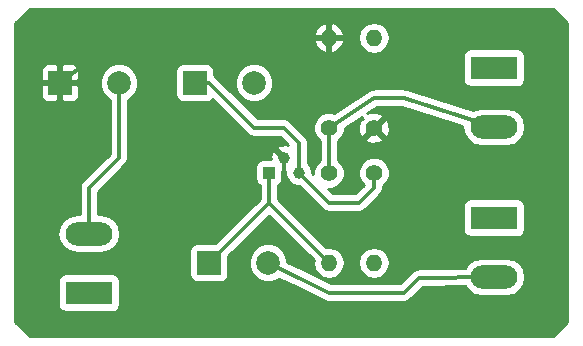
<source format=gbr>
G04 #@! TF.FileFunction,Copper,L1,Top,Signal*
%FSLAX46Y46*%
G04 Gerber Fmt 4.6, Leading zero omitted, Abs format (unit mm)*
G04 Created by KiCad (PCBNEW 4.0.7) date 05/06/18 08:41:46*
%MOMM*%
%LPD*%
G01*
G04 APERTURE LIST*
%ADD10C,0.100000*%
%ADD11C,1.400000*%
%ADD12O,1.400000X1.400000*%
%ADD13R,2.000000X2.000000*%
%ADD14C,2.000000*%
%ADD15C,1.000000*%
%ADD16R,1.000000X1.000000*%
%ADD17R,3.960000X1.980000*%
%ADD18O,3.960000X1.980000*%
%ADD19C,0.300000*%
%ADD20C,0.254000*%
G04 APERTURE END LIST*
D10*
D11*
X148590000Y-101600000D03*
D12*
X148590000Y-93980000D03*
D13*
X125810000Y-97790000D03*
D14*
X130810000Y-97790000D03*
D15*
X144780000Y-104140000D03*
X146050000Y-105410000D03*
D16*
X143510000Y-105410000D03*
D13*
X137240000Y-97790000D03*
D14*
X142240000Y-97790000D03*
D17*
X162560000Y-96520000D03*
D18*
X162560000Y-101520000D03*
D13*
X138430000Y-113030000D03*
D14*
X143430000Y-113030000D03*
D17*
X128270000Y-115570000D03*
D18*
X128270000Y-110570000D03*
D17*
X162560000Y-109220000D03*
D18*
X162560000Y-114220000D03*
D11*
X152400000Y-101600000D03*
D12*
X152400000Y-93980000D03*
D11*
X148590000Y-105410000D03*
D12*
X148590000Y-113030000D03*
D11*
X152400000Y-105410000D03*
D12*
X152400000Y-113030000D03*
D19*
X130810000Y-93980000D02*
X125810000Y-97790000D01*
X148590000Y-93980000D02*
X130810000Y-93980000D01*
X144780000Y-104140000D02*
X144780000Y-106680000D01*
X144780000Y-106680000D02*
X147320000Y-109220000D01*
X152400000Y-109220000D02*
X154940000Y-106680000D01*
X147320000Y-109220000D02*
X152400000Y-109220000D01*
X154940000Y-106680000D02*
X154940000Y-104140000D01*
X154940000Y-104140000D02*
X152400000Y-101600000D01*
X128270000Y-106680000D02*
X128270000Y-110570000D01*
X130810000Y-104140000D02*
X128270000Y-106680000D01*
X130810000Y-97790000D02*
X130810000Y-104140000D01*
X142240000Y-101600000D02*
X144780000Y-101600000D01*
X140970000Y-100330000D02*
X142240000Y-101600000D01*
X138430000Y-97790000D02*
X140970000Y-100330000D01*
X137320000Y-97790000D02*
X138430000Y-97790000D01*
X137240000Y-97870000D02*
X137320000Y-97790000D01*
X137240000Y-97790000D02*
X137240000Y-97870000D01*
X146050000Y-105410000D02*
X148590000Y-107950000D01*
X148590000Y-107950000D02*
X151130000Y-107950000D01*
X151130000Y-107950000D02*
X152400000Y-106680000D01*
X152400000Y-106680000D02*
X152400000Y-105410000D01*
X146050000Y-102870000D02*
X146050000Y-105410000D01*
X144780000Y-101600000D02*
X146050000Y-102870000D01*
X138430000Y-113030000D02*
X143510000Y-107950000D01*
X148590000Y-113030000D02*
X143510000Y-107950000D01*
X143510000Y-107950000D02*
X143510000Y-105410000D01*
X143430000Y-113030000D02*
X146050000Y-114300000D01*
X146050000Y-114300000D02*
X148590000Y-115570000D01*
X156210000Y-114300000D02*
X162560000Y-114220000D01*
X148590000Y-115570000D02*
X154940000Y-115570000D01*
X154940000Y-115570000D02*
X156210000Y-114300000D01*
X148590000Y-105410000D02*
X148590000Y-101600000D01*
X162560000Y-101520000D02*
X154940000Y-99060000D01*
X154940000Y-99060000D02*
X152400000Y-99060000D01*
X152400000Y-99060000D02*
X148590000Y-101600000D01*
D20*
G36*
X168783000Y-92762606D02*
X168783000Y-118057394D01*
X167587394Y-119253000D01*
X123242606Y-119253000D01*
X122047000Y-118057394D01*
X122047000Y-114580000D01*
X125642560Y-114580000D01*
X125642560Y-116560000D01*
X125686838Y-116795317D01*
X125825910Y-117011441D01*
X126038110Y-117156431D01*
X126290000Y-117207440D01*
X130250000Y-117207440D01*
X130485317Y-117163162D01*
X130701441Y-117024090D01*
X130846431Y-116811890D01*
X130897440Y-116560000D01*
X130897440Y-114580000D01*
X130853162Y-114344683D01*
X130714090Y-114128559D01*
X130501890Y-113983569D01*
X130250000Y-113932560D01*
X126290000Y-113932560D01*
X126054683Y-113976838D01*
X125838559Y-114115910D01*
X125693569Y-114328110D01*
X125642560Y-114580000D01*
X122047000Y-114580000D01*
X122047000Y-110570000D01*
X125603769Y-110570000D01*
X125727465Y-111191861D01*
X126079720Y-111719049D01*
X126606908Y-112071304D01*
X127228769Y-112195000D01*
X129311231Y-112195000D01*
X129933092Y-112071304D01*
X130460280Y-111719049D01*
X130812535Y-111191861D01*
X130936231Y-110570000D01*
X130812535Y-109948139D01*
X130460280Y-109420951D01*
X129933092Y-109068696D01*
X129311231Y-108945000D01*
X129055000Y-108945000D01*
X129055000Y-107005158D01*
X131365079Y-104695079D01*
X131411904Y-104625000D01*
X131535245Y-104440406D01*
X131595000Y-104140000D01*
X131595000Y-99234717D01*
X131734943Y-99176894D01*
X132195278Y-98717363D01*
X132444716Y-98116648D01*
X132445284Y-97466205D01*
X132196894Y-96865057D01*
X132121969Y-96790000D01*
X135592560Y-96790000D01*
X135592560Y-98790000D01*
X135636838Y-99025317D01*
X135775910Y-99241441D01*
X135988110Y-99386431D01*
X136240000Y-99437440D01*
X138240000Y-99437440D01*
X138475317Y-99393162D01*
X138691441Y-99254090D01*
X138728985Y-99199143D01*
X141684921Y-102155079D01*
X141939593Y-102325245D01*
X142240000Y-102385000D01*
X144454842Y-102385000D01*
X145130167Y-103060325D01*
X144925028Y-102991888D01*
X144474625Y-103023783D01*
X144206648Y-103134783D01*
X144169501Y-103349896D01*
X144780000Y-103960395D01*
X144794143Y-103946253D01*
X144973748Y-104125858D01*
X144959605Y-104140000D01*
X144973748Y-104154143D01*
X144794143Y-104333748D01*
X144780000Y-104319605D01*
X144765858Y-104333748D01*
X144586253Y-104154143D01*
X144600395Y-104140000D01*
X143989896Y-103529501D01*
X143774783Y-103566648D01*
X143631888Y-103994972D01*
X143650837Y-104262560D01*
X143010000Y-104262560D01*
X142774683Y-104306838D01*
X142558559Y-104445910D01*
X142413569Y-104658110D01*
X142362560Y-104910000D01*
X142362560Y-105910000D01*
X142406838Y-106145317D01*
X142545910Y-106361441D01*
X142725000Y-106483808D01*
X142725000Y-107624842D01*
X138967282Y-111382560D01*
X137430000Y-111382560D01*
X137194683Y-111426838D01*
X136978559Y-111565910D01*
X136833569Y-111778110D01*
X136782560Y-112030000D01*
X136782560Y-114030000D01*
X136826838Y-114265317D01*
X136965910Y-114481441D01*
X137178110Y-114626431D01*
X137430000Y-114677440D01*
X139430000Y-114677440D01*
X139665317Y-114633162D01*
X139881441Y-114494090D01*
X140026431Y-114281890D01*
X140077440Y-114030000D01*
X140077440Y-113353795D01*
X141794716Y-113353795D01*
X142043106Y-113954943D01*
X142502637Y-114415278D01*
X143103352Y-114664716D01*
X143753795Y-114665284D01*
X144354943Y-114416894D01*
X144399570Y-114372345D01*
X145703268Y-115004291D01*
X148238937Y-116272125D01*
X148266142Y-116279575D01*
X148289594Y-116295245D01*
X148413004Y-116319793D01*
X148534352Y-116353024D01*
X148562333Y-116349497D01*
X148590000Y-116355000D01*
X154940000Y-116355000D01*
X155240407Y-116295245D01*
X155495079Y-116125079D01*
X156539243Y-115080915D01*
X160146827Y-115035465D01*
X160369720Y-115369049D01*
X160896908Y-115721304D01*
X161518769Y-115845000D01*
X163601231Y-115845000D01*
X164223092Y-115721304D01*
X164750280Y-115369049D01*
X165102535Y-114841861D01*
X165226231Y-114220000D01*
X165102535Y-113598139D01*
X164750280Y-113070951D01*
X164223092Y-112718696D01*
X163601231Y-112595000D01*
X161518769Y-112595000D01*
X160896908Y-112718696D01*
X160369720Y-113070951D01*
X160105854Y-113465856D01*
X156200111Y-113515062D01*
X156055042Y-113545823D01*
X155909593Y-113574755D01*
X155905405Y-113577553D01*
X155900482Y-113578597D01*
X155778257Y-113662511D01*
X155654921Y-113744921D01*
X154614842Y-114785000D01*
X148775312Y-114785000D01*
X146401063Y-113597875D01*
X146396325Y-113596577D01*
X146392408Y-113593614D01*
X145065071Y-112950210D01*
X145065284Y-112706205D01*
X144816894Y-112105057D01*
X144357363Y-111644722D01*
X143756648Y-111395284D01*
X143106205Y-111394716D01*
X142505057Y-111643106D01*
X142044722Y-112102637D01*
X141795284Y-112703352D01*
X141794716Y-113353795D01*
X140077440Y-113353795D01*
X140077440Y-112492718D01*
X143510000Y-109060158D01*
X147287965Y-112838123D01*
X147255000Y-113003846D01*
X147255000Y-113056154D01*
X147356621Y-113567036D01*
X147646012Y-114000142D01*
X148079118Y-114289533D01*
X148590000Y-114391154D01*
X149100882Y-114289533D01*
X149533988Y-114000142D01*
X149823379Y-113567036D01*
X149925000Y-113056154D01*
X149925000Y-113003846D01*
X151065000Y-113003846D01*
X151065000Y-113056154D01*
X151166621Y-113567036D01*
X151456012Y-114000142D01*
X151889118Y-114289533D01*
X152400000Y-114391154D01*
X152910882Y-114289533D01*
X153343988Y-114000142D01*
X153633379Y-113567036D01*
X153735000Y-113056154D01*
X153735000Y-113003846D01*
X153633379Y-112492964D01*
X153343988Y-112059858D01*
X152910882Y-111770467D01*
X152400000Y-111668846D01*
X151889118Y-111770467D01*
X151456012Y-112059858D01*
X151166621Y-112492964D01*
X151065000Y-113003846D01*
X149925000Y-113003846D01*
X149823379Y-112492964D01*
X149533988Y-112059858D01*
X149100882Y-111770467D01*
X148590000Y-111668846D01*
X148380647Y-111710489D01*
X144295000Y-107624842D01*
X144295000Y-106481192D01*
X144461441Y-106374090D01*
X144606431Y-106161890D01*
X144657440Y-105910000D01*
X144657440Y-105286521D01*
X144915123Y-105268273D01*
X144914803Y-105634775D01*
X145087233Y-106052086D01*
X145406235Y-106371645D01*
X145823244Y-106544803D01*
X146074865Y-106545023D01*
X148034921Y-108505079D01*
X148289594Y-108675245D01*
X148590000Y-108735000D01*
X151130000Y-108735000D01*
X151430407Y-108675245D01*
X151685079Y-108505079D01*
X151960158Y-108230000D01*
X159932560Y-108230000D01*
X159932560Y-110210000D01*
X159976838Y-110445317D01*
X160115910Y-110661441D01*
X160328110Y-110806431D01*
X160580000Y-110857440D01*
X164540000Y-110857440D01*
X164775317Y-110813162D01*
X164991441Y-110674090D01*
X165136431Y-110461890D01*
X165187440Y-110210000D01*
X165187440Y-108230000D01*
X165143162Y-107994683D01*
X165004090Y-107778559D01*
X164791890Y-107633569D01*
X164540000Y-107582560D01*
X160580000Y-107582560D01*
X160344683Y-107626838D01*
X160128559Y-107765910D01*
X159983569Y-107978110D01*
X159932560Y-108230000D01*
X151960158Y-108230000D01*
X152955079Y-107235079D01*
X153125245Y-106980407D01*
X153185000Y-106680000D01*
X153185000Y-106512699D01*
X153531098Y-106167204D01*
X153734768Y-105676713D01*
X153735231Y-105145617D01*
X153532418Y-104654771D01*
X153157204Y-104278902D01*
X152666713Y-104075232D01*
X152135617Y-104074769D01*
X151644771Y-104277582D01*
X151268902Y-104652796D01*
X151065232Y-105143287D01*
X151064769Y-105674383D01*
X151267582Y-106165229D01*
X151535863Y-106433979D01*
X150804842Y-107165000D01*
X148915158Y-107165000D01*
X148495076Y-106744918D01*
X148854383Y-106745231D01*
X149345229Y-106542418D01*
X149721098Y-106167204D01*
X149924768Y-105676713D01*
X149925231Y-105145617D01*
X149722418Y-104654771D01*
X149375000Y-104306747D01*
X149375000Y-102702699D01*
X149542716Y-102535275D01*
X151644331Y-102535275D01*
X151706169Y-102771042D01*
X152207122Y-102947419D01*
X152737440Y-102918664D01*
X153093831Y-102771042D01*
X153155669Y-102535275D01*
X152400000Y-101779605D01*
X151644331Y-102535275D01*
X149542716Y-102535275D01*
X149721098Y-102357204D01*
X149924768Y-101866713D01*
X149924954Y-101653483D01*
X151425310Y-100653246D01*
X151349474Y-100729082D01*
X151464723Y-100844331D01*
X151228958Y-100906169D01*
X151052581Y-101407122D01*
X151081336Y-101937440D01*
X151228958Y-102293831D01*
X151464725Y-102355669D01*
X152220395Y-101600000D01*
X152579605Y-101600000D01*
X153335275Y-102355669D01*
X153571042Y-102293831D01*
X153747419Y-101792878D01*
X153718664Y-101262560D01*
X153571042Y-100906169D01*
X153335275Y-100844331D01*
X152579605Y-101600000D01*
X152220395Y-101600000D01*
X152206252Y-101585858D01*
X152385858Y-101406252D01*
X152400000Y-101420395D01*
X153155669Y-100664725D01*
X153093831Y-100428958D01*
X152592878Y-100252581D01*
X152062560Y-100281336D01*
X151852925Y-100368170D01*
X152637680Y-99845000D01*
X154816427Y-99845000D01*
X159900471Y-101486306D01*
X159893769Y-101520000D01*
X160017465Y-102141861D01*
X160369720Y-102669049D01*
X160896908Y-103021304D01*
X161518769Y-103145000D01*
X163601231Y-103145000D01*
X164223092Y-103021304D01*
X164750280Y-102669049D01*
X165102535Y-102141861D01*
X165226231Y-101520000D01*
X165102535Y-100898139D01*
X164750280Y-100370951D01*
X164223092Y-100018696D01*
X163601231Y-99895000D01*
X161518769Y-99895000D01*
X160896908Y-100018696D01*
X160756136Y-100112757D01*
X155181169Y-98312964D01*
X155059819Y-98298834D01*
X154940000Y-98275000D01*
X152400000Y-98275000D01*
X152324569Y-98290004D01*
X152247659Y-98289924D01*
X152175821Y-98319592D01*
X152099594Y-98334755D01*
X152035647Y-98377483D01*
X151964560Y-98406841D01*
X149054057Y-100347176D01*
X148856713Y-100265232D01*
X148325617Y-100264769D01*
X147834771Y-100467582D01*
X147458902Y-100842796D01*
X147255232Y-101333287D01*
X147254769Y-101864383D01*
X147457582Y-102355229D01*
X147805000Y-102703253D01*
X147805000Y-104307301D01*
X147458902Y-104652796D01*
X147255232Y-105143287D01*
X147254917Y-105504759D01*
X147184979Y-105434821D01*
X147185197Y-105185225D01*
X147012767Y-104767914D01*
X146835000Y-104589837D01*
X146835000Y-102870000D01*
X146807633Y-102732418D01*
X146775245Y-102569593D01*
X146605079Y-102314921D01*
X145335079Y-101044921D01*
X145080407Y-100874755D01*
X144780000Y-100815000D01*
X142565158Y-100815000D01*
X139863953Y-98113795D01*
X140604716Y-98113795D01*
X140853106Y-98714943D01*
X141312637Y-99175278D01*
X141913352Y-99424716D01*
X142563795Y-99425284D01*
X143164943Y-99176894D01*
X143625278Y-98717363D01*
X143874716Y-98116648D01*
X143875284Y-97466205D01*
X143626894Y-96865057D01*
X143167363Y-96404722D01*
X142566648Y-96155284D01*
X141916205Y-96154716D01*
X141315057Y-96403106D01*
X140854722Y-96862637D01*
X140605284Y-97463352D01*
X140604716Y-98113795D01*
X139863953Y-98113795D01*
X138985079Y-97234921D01*
X138887440Y-97169681D01*
X138887440Y-96790000D01*
X138843162Y-96554683D01*
X138704090Y-96338559D01*
X138491890Y-96193569D01*
X138240000Y-96142560D01*
X136240000Y-96142560D01*
X136004683Y-96186838D01*
X135788559Y-96325910D01*
X135643569Y-96538110D01*
X135592560Y-96790000D01*
X132121969Y-96790000D01*
X131737363Y-96404722D01*
X131136648Y-96155284D01*
X130486205Y-96154716D01*
X129885057Y-96403106D01*
X129424722Y-96862637D01*
X129175284Y-97463352D01*
X129174716Y-98113795D01*
X129423106Y-98714943D01*
X129882637Y-99175278D01*
X130025000Y-99234392D01*
X130025000Y-103814842D01*
X127714921Y-106124921D01*
X127544755Y-106379593D01*
X127512367Y-106542418D01*
X127485000Y-106680000D01*
X127485000Y-108945000D01*
X127228769Y-108945000D01*
X126606908Y-109068696D01*
X126079720Y-109420951D01*
X125727465Y-109948139D01*
X125603769Y-110570000D01*
X122047000Y-110570000D01*
X122047000Y-98075750D01*
X124175000Y-98075750D01*
X124175000Y-98916310D01*
X124271673Y-99149699D01*
X124450302Y-99328327D01*
X124683691Y-99425000D01*
X125524250Y-99425000D01*
X125683000Y-99266250D01*
X125683000Y-97917000D01*
X125937000Y-97917000D01*
X125937000Y-99266250D01*
X126095750Y-99425000D01*
X126936309Y-99425000D01*
X127169698Y-99328327D01*
X127348327Y-99149699D01*
X127445000Y-98916310D01*
X127445000Y-98075750D01*
X127286250Y-97917000D01*
X125937000Y-97917000D01*
X125683000Y-97917000D01*
X124333750Y-97917000D01*
X124175000Y-98075750D01*
X122047000Y-98075750D01*
X122047000Y-96663690D01*
X124175000Y-96663690D01*
X124175000Y-97504250D01*
X124333750Y-97663000D01*
X125683000Y-97663000D01*
X125683000Y-96313750D01*
X125937000Y-96313750D01*
X125937000Y-97663000D01*
X127286250Y-97663000D01*
X127445000Y-97504250D01*
X127445000Y-96663690D01*
X127348327Y-96430301D01*
X127169698Y-96251673D01*
X126936309Y-96155000D01*
X126095750Y-96155000D01*
X125937000Y-96313750D01*
X125683000Y-96313750D01*
X125524250Y-96155000D01*
X124683691Y-96155000D01*
X124450302Y-96251673D01*
X124271673Y-96430301D01*
X124175000Y-96663690D01*
X122047000Y-96663690D01*
X122047000Y-95530000D01*
X159932560Y-95530000D01*
X159932560Y-97510000D01*
X159976838Y-97745317D01*
X160115910Y-97961441D01*
X160328110Y-98106431D01*
X160580000Y-98157440D01*
X164540000Y-98157440D01*
X164775317Y-98113162D01*
X164991441Y-97974090D01*
X165136431Y-97761890D01*
X165187440Y-97510000D01*
X165187440Y-95530000D01*
X165143162Y-95294683D01*
X165004090Y-95078559D01*
X164791890Y-94933569D01*
X164540000Y-94882560D01*
X160580000Y-94882560D01*
X160344683Y-94926838D01*
X160128559Y-95065910D01*
X159983569Y-95278110D01*
X159932560Y-95530000D01*
X122047000Y-95530000D01*
X122047000Y-94313331D01*
X147297273Y-94313331D01*
X147523236Y-94782663D01*
X147911604Y-95129797D01*
X148256671Y-95272716D01*
X148463000Y-95149374D01*
X148463000Y-94107000D01*
X148717000Y-94107000D01*
X148717000Y-95149374D01*
X148923329Y-95272716D01*
X149268396Y-95129797D01*
X149656764Y-94782663D01*
X149882727Y-94313331D01*
X149760206Y-94107000D01*
X148717000Y-94107000D01*
X148463000Y-94107000D01*
X147419794Y-94107000D01*
X147297273Y-94313331D01*
X122047000Y-94313331D01*
X122047000Y-93953846D01*
X151065000Y-93953846D01*
X151065000Y-94006154D01*
X151166621Y-94517036D01*
X151456012Y-94950142D01*
X151889118Y-95239533D01*
X152400000Y-95341154D01*
X152910882Y-95239533D01*
X153343988Y-94950142D01*
X153633379Y-94517036D01*
X153735000Y-94006154D01*
X153735000Y-93953846D01*
X153633379Y-93442964D01*
X153343988Y-93009858D01*
X152910882Y-92720467D01*
X152400000Y-92618846D01*
X151889118Y-92720467D01*
X151456012Y-93009858D01*
X151166621Y-93442964D01*
X151065000Y-93953846D01*
X122047000Y-93953846D01*
X122047000Y-93646669D01*
X147297273Y-93646669D01*
X147419794Y-93853000D01*
X148463000Y-93853000D01*
X148463000Y-92810626D01*
X148717000Y-92810626D01*
X148717000Y-93853000D01*
X149760206Y-93853000D01*
X149882727Y-93646669D01*
X149656764Y-93177337D01*
X149268396Y-92830203D01*
X148923329Y-92687284D01*
X148717000Y-92810626D01*
X148463000Y-92810626D01*
X148256671Y-92687284D01*
X147911604Y-92830203D01*
X147523236Y-93177337D01*
X147297273Y-93646669D01*
X122047000Y-93646669D01*
X122047000Y-92762606D01*
X123242606Y-91567000D01*
X167587394Y-91567000D01*
X168783000Y-92762606D01*
X168783000Y-92762606D01*
G37*
X168783000Y-92762606D02*
X168783000Y-118057394D01*
X167587394Y-119253000D01*
X123242606Y-119253000D01*
X122047000Y-118057394D01*
X122047000Y-114580000D01*
X125642560Y-114580000D01*
X125642560Y-116560000D01*
X125686838Y-116795317D01*
X125825910Y-117011441D01*
X126038110Y-117156431D01*
X126290000Y-117207440D01*
X130250000Y-117207440D01*
X130485317Y-117163162D01*
X130701441Y-117024090D01*
X130846431Y-116811890D01*
X130897440Y-116560000D01*
X130897440Y-114580000D01*
X130853162Y-114344683D01*
X130714090Y-114128559D01*
X130501890Y-113983569D01*
X130250000Y-113932560D01*
X126290000Y-113932560D01*
X126054683Y-113976838D01*
X125838559Y-114115910D01*
X125693569Y-114328110D01*
X125642560Y-114580000D01*
X122047000Y-114580000D01*
X122047000Y-110570000D01*
X125603769Y-110570000D01*
X125727465Y-111191861D01*
X126079720Y-111719049D01*
X126606908Y-112071304D01*
X127228769Y-112195000D01*
X129311231Y-112195000D01*
X129933092Y-112071304D01*
X130460280Y-111719049D01*
X130812535Y-111191861D01*
X130936231Y-110570000D01*
X130812535Y-109948139D01*
X130460280Y-109420951D01*
X129933092Y-109068696D01*
X129311231Y-108945000D01*
X129055000Y-108945000D01*
X129055000Y-107005158D01*
X131365079Y-104695079D01*
X131411904Y-104625000D01*
X131535245Y-104440406D01*
X131595000Y-104140000D01*
X131595000Y-99234717D01*
X131734943Y-99176894D01*
X132195278Y-98717363D01*
X132444716Y-98116648D01*
X132445284Y-97466205D01*
X132196894Y-96865057D01*
X132121969Y-96790000D01*
X135592560Y-96790000D01*
X135592560Y-98790000D01*
X135636838Y-99025317D01*
X135775910Y-99241441D01*
X135988110Y-99386431D01*
X136240000Y-99437440D01*
X138240000Y-99437440D01*
X138475317Y-99393162D01*
X138691441Y-99254090D01*
X138728985Y-99199143D01*
X141684921Y-102155079D01*
X141939593Y-102325245D01*
X142240000Y-102385000D01*
X144454842Y-102385000D01*
X145130167Y-103060325D01*
X144925028Y-102991888D01*
X144474625Y-103023783D01*
X144206648Y-103134783D01*
X144169501Y-103349896D01*
X144780000Y-103960395D01*
X144794143Y-103946253D01*
X144973748Y-104125858D01*
X144959605Y-104140000D01*
X144973748Y-104154143D01*
X144794143Y-104333748D01*
X144780000Y-104319605D01*
X144765858Y-104333748D01*
X144586253Y-104154143D01*
X144600395Y-104140000D01*
X143989896Y-103529501D01*
X143774783Y-103566648D01*
X143631888Y-103994972D01*
X143650837Y-104262560D01*
X143010000Y-104262560D01*
X142774683Y-104306838D01*
X142558559Y-104445910D01*
X142413569Y-104658110D01*
X142362560Y-104910000D01*
X142362560Y-105910000D01*
X142406838Y-106145317D01*
X142545910Y-106361441D01*
X142725000Y-106483808D01*
X142725000Y-107624842D01*
X138967282Y-111382560D01*
X137430000Y-111382560D01*
X137194683Y-111426838D01*
X136978559Y-111565910D01*
X136833569Y-111778110D01*
X136782560Y-112030000D01*
X136782560Y-114030000D01*
X136826838Y-114265317D01*
X136965910Y-114481441D01*
X137178110Y-114626431D01*
X137430000Y-114677440D01*
X139430000Y-114677440D01*
X139665317Y-114633162D01*
X139881441Y-114494090D01*
X140026431Y-114281890D01*
X140077440Y-114030000D01*
X140077440Y-113353795D01*
X141794716Y-113353795D01*
X142043106Y-113954943D01*
X142502637Y-114415278D01*
X143103352Y-114664716D01*
X143753795Y-114665284D01*
X144354943Y-114416894D01*
X144399570Y-114372345D01*
X145703268Y-115004291D01*
X148238937Y-116272125D01*
X148266142Y-116279575D01*
X148289594Y-116295245D01*
X148413004Y-116319793D01*
X148534352Y-116353024D01*
X148562333Y-116349497D01*
X148590000Y-116355000D01*
X154940000Y-116355000D01*
X155240407Y-116295245D01*
X155495079Y-116125079D01*
X156539243Y-115080915D01*
X160146827Y-115035465D01*
X160369720Y-115369049D01*
X160896908Y-115721304D01*
X161518769Y-115845000D01*
X163601231Y-115845000D01*
X164223092Y-115721304D01*
X164750280Y-115369049D01*
X165102535Y-114841861D01*
X165226231Y-114220000D01*
X165102535Y-113598139D01*
X164750280Y-113070951D01*
X164223092Y-112718696D01*
X163601231Y-112595000D01*
X161518769Y-112595000D01*
X160896908Y-112718696D01*
X160369720Y-113070951D01*
X160105854Y-113465856D01*
X156200111Y-113515062D01*
X156055042Y-113545823D01*
X155909593Y-113574755D01*
X155905405Y-113577553D01*
X155900482Y-113578597D01*
X155778257Y-113662511D01*
X155654921Y-113744921D01*
X154614842Y-114785000D01*
X148775312Y-114785000D01*
X146401063Y-113597875D01*
X146396325Y-113596577D01*
X146392408Y-113593614D01*
X145065071Y-112950210D01*
X145065284Y-112706205D01*
X144816894Y-112105057D01*
X144357363Y-111644722D01*
X143756648Y-111395284D01*
X143106205Y-111394716D01*
X142505057Y-111643106D01*
X142044722Y-112102637D01*
X141795284Y-112703352D01*
X141794716Y-113353795D01*
X140077440Y-113353795D01*
X140077440Y-112492718D01*
X143510000Y-109060158D01*
X147287965Y-112838123D01*
X147255000Y-113003846D01*
X147255000Y-113056154D01*
X147356621Y-113567036D01*
X147646012Y-114000142D01*
X148079118Y-114289533D01*
X148590000Y-114391154D01*
X149100882Y-114289533D01*
X149533988Y-114000142D01*
X149823379Y-113567036D01*
X149925000Y-113056154D01*
X149925000Y-113003846D01*
X151065000Y-113003846D01*
X151065000Y-113056154D01*
X151166621Y-113567036D01*
X151456012Y-114000142D01*
X151889118Y-114289533D01*
X152400000Y-114391154D01*
X152910882Y-114289533D01*
X153343988Y-114000142D01*
X153633379Y-113567036D01*
X153735000Y-113056154D01*
X153735000Y-113003846D01*
X153633379Y-112492964D01*
X153343988Y-112059858D01*
X152910882Y-111770467D01*
X152400000Y-111668846D01*
X151889118Y-111770467D01*
X151456012Y-112059858D01*
X151166621Y-112492964D01*
X151065000Y-113003846D01*
X149925000Y-113003846D01*
X149823379Y-112492964D01*
X149533988Y-112059858D01*
X149100882Y-111770467D01*
X148590000Y-111668846D01*
X148380647Y-111710489D01*
X144295000Y-107624842D01*
X144295000Y-106481192D01*
X144461441Y-106374090D01*
X144606431Y-106161890D01*
X144657440Y-105910000D01*
X144657440Y-105286521D01*
X144915123Y-105268273D01*
X144914803Y-105634775D01*
X145087233Y-106052086D01*
X145406235Y-106371645D01*
X145823244Y-106544803D01*
X146074865Y-106545023D01*
X148034921Y-108505079D01*
X148289594Y-108675245D01*
X148590000Y-108735000D01*
X151130000Y-108735000D01*
X151430407Y-108675245D01*
X151685079Y-108505079D01*
X151960158Y-108230000D01*
X159932560Y-108230000D01*
X159932560Y-110210000D01*
X159976838Y-110445317D01*
X160115910Y-110661441D01*
X160328110Y-110806431D01*
X160580000Y-110857440D01*
X164540000Y-110857440D01*
X164775317Y-110813162D01*
X164991441Y-110674090D01*
X165136431Y-110461890D01*
X165187440Y-110210000D01*
X165187440Y-108230000D01*
X165143162Y-107994683D01*
X165004090Y-107778559D01*
X164791890Y-107633569D01*
X164540000Y-107582560D01*
X160580000Y-107582560D01*
X160344683Y-107626838D01*
X160128559Y-107765910D01*
X159983569Y-107978110D01*
X159932560Y-108230000D01*
X151960158Y-108230000D01*
X152955079Y-107235079D01*
X153125245Y-106980407D01*
X153185000Y-106680000D01*
X153185000Y-106512699D01*
X153531098Y-106167204D01*
X153734768Y-105676713D01*
X153735231Y-105145617D01*
X153532418Y-104654771D01*
X153157204Y-104278902D01*
X152666713Y-104075232D01*
X152135617Y-104074769D01*
X151644771Y-104277582D01*
X151268902Y-104652796D01*
X151065232Y-105143287D01*
X151064769Y-105674383D01*
X151267582Y-106165229D01*
X151535863Y-106433979D01*
X150804842Y-107165000D01*
X148915158Y-107165000D01*
X148495076Y-106744918D01*
X148854383Y-106745231D01*
X149345229Y-106542418D01*
X149721098Y-106167204D01*
X149924768Y-105676713D01*
X149925231Y-105145617D01*
X149722418Y-104654771D01*
X149375000Y-104306747D01*
X149375000Y-102702699D01*
X149542716Y-102535275D01*
X151644331Y-102535275D01*
X151706169Y-102771042D01*
X152207122Y-102947419D01*
X152737440Y-102918664D01*
X153093831Y-102771042D01*
X153155669Y-102535275D01*
X152400000Y-101779605D01*
X151644331Y-102535275D01*
X149542716Y-102535275D01*
X149721098Y-102357204D01*
X149924768Y-101866713D01*
X149924954Y-101653483D01*
X151425310Y-100653246D01*
X151349474Y-100729082D01*
X151464723Y-100844331D01*
X151228958Y-100906169D01*
X151052581Y-101407122D01*
X151081336Y-101937440D01*
X151228958Y-102293831D01*
X151464725Y-102355669D01*
X152220395Y-101600000D01*
X152579605Y-101600000D01*
X153335275Y-102355669D01*
X153571042Y-102293831D01*
X153747419Y-101792878D01*
X153718664Y-101262560D01*
X153571042Y-100906169D01*
X153335275Y-100844331D01*
X152579605Y-101600000D01*
X152220395Y-101600000D01*
X152206252Y-101585858D01*
X152385858Y-101406252D01*
X152400000Y-101420395D01*
X153155669Y-100664725D01*
X153093831Y-100428958D01*
X152592878Y-100252581D01*
X152062560Y-100281336D01*
X151852925Y-100368170D01*
X152637680Y-99845000D01*
X154816427Y-99845000D01*
X159900471Y-101486306D01*
X159893769Y-101520000D01*
X160017465Y-102141861D01*
X160369720Y-102669049D01*
X160896908Y-103021304D01*
X161518769Y-103145000D01*
X163601231Y-103145000D01*
X164223092Y-103021304D01*
X164750280Y-102669049D01*
X165102535Y-102141861D01*
X165226231Y-101520000D01*
X165102535Y-100898139D01*
X164750280Y-100370951D01*
X164223092Y-100018696D01*
X163601231Y-99895000D01*
X161518769Y-99895000D01*
X160896908Y-100018696D01*
X160756136Y-100112757D01*
X155181169Y-98312964D01*
X155059819Y-98298834D01*
X154940000Y-98275000D01*
X152400000Y-98275000D01*
X152324569Y-98290004D01*
X152247659Y-98289924D01*
X152175821Y-98319592D01*
X152099594Y-98334755D01*
X152035647Y-98377483D01*
X151964560Y-98406841D01*
X149054057Y-100347176D01*
X148856713Y-100265232D01*
X148325617Y-100264769D01*
X147834771Y-100467582D01*
X147458902Y-100842796D01*
X147255232Y-101333287D01*
X147254769Y-101864383D01*
X147457582Y-102355229D01*
X147805000Y-102703253D01*
X147805000Y-104307301D01*
X147458902Y-104652796D01*
X147255232Y-105143287D01*
X147254917Y-105504759D01*
X147184979Y-105434821D01*
X147185197Y-105185225D01*
X147012767Y-104767914D01*
X146835000Y-104589837D01*
X146835000Y-102870000D01*
X146807633Y-102732418D01*
X146775245Y-102569593D01*
X146605079Y-102314921D01*
X145335079Y-101044921D01*
X145080407Y-100874755D01*
X144780000Y-100815000D01*
X142565158Y-100815000D01*
X139863953Y-98113795D01*
X140604716Y-98113795D01*
X140853106Y-98714943D01*
X141312637Y-99175278D01*
X141913352Y-99424716D01*
X142563795Y-99425284D01*
X143164943Y-99176894D01*
X143625278Y-98717363D01*
X143874716Y-98116648D01*
X143875284Y-97466205D01*
X143626894Y-96865057D01*
X143167363Y-96404722D01*
X142566648Y-96155284D01*
X141916205Y-96154716D01*
X141315057Y-96403106D01*
X140854722Y-96862637D01*
X140605284Y-97463352D01*
X140604716Y-98113795D01*
X139863953Y-98113795D01*
X138985079Y-97234921D01*
X138887440Y-97169681D01*
X138887440Y-96790000D01*
X138843162Y-96554683D01*
X138704090Y-96338559D01*
X138491890Y-96193569D01*
X138240000Y-96142560D01*
X136240000Y-96142560D01*
X136004683Y-96186838D01*
X135788559Y-96325910D01*
X135643569Y-96538110D01*
X135592560Y-96790000D01*
X132121969Y-96790000D01*
X131737363Y-96404722D01*
X131136648Y-96155284D01*
X130486205Y-96154716D01*
X129885057Y-96403106D01*
X129424722Y-96862637D01*
X129175284Y-97463352D01*
X129174716Y-98113795D01*
X129423106Y-98714943D01*
X129882637Y-99175278D01*
X130025000Y-99234392D01*
X130025000Y-103814842D01*
X127714921Y-106124921D01*
X127544755Y-106379593D01*
X127512367Y-106542418D01*
X127485000Y-106680000D01*
X127485000Y-108945000D01*
X127228769Y-108945000D01*
X126606908Y-109068696D01*
X126079720Y-109420951D01*
X125727465Y-109948139D01*
X125603769Y-110570000D01*
X122047000Y-110570000D01*
X122047000Y-98075750D01*
X124175000Y-98075750D01*
X124175000Y-98916310D01*
X124271673Y-99149699D01*
X124450302Y-99328327D01*
X124683691Y-99425000D01*
X125524250Y-99425000D01*
X125683000Y-99266250D01*
X125683000Y-97917000D01*
X125937000Y-97917000D01*
X125937000Y-99266250D01*
X126095750Y-99425000D01*
X126936309Y-99425000D01*
X127169698Y-99328327D01*
X127348327Y-99149699D01*
X127445000Y-98916310D01*
X127445000Y-98075750D01*
X127286250Y-97917000D01*
X125937000Y-97917000D01*
X125683000Y-97917000D01*
X124333750Y-97917000D01*
X124175000Y-98075750D01*
X122047000Y-98075750D01*
X122047000Y-96663690D01*
X124175000Y-96663690D01*
X124175000Y-97504250D01*
X124333750Y-97663000D01*
X125683000Y-97663000D01*
X125683000Y-96313750D01*
X125937000Y-96313750D01*
X125937000Y-97663000D01*
X127286250Y-97663000D01*
X127445000Y-97504250D01*
X127445000Y-96663690D01*
X127348327Y-96430301D01*
X127169698Y-96251673D01*
X126936309Y-96155000D01*
X126095750Y-96155000D01*
X125937000Y-96313750D01*
X125683000Y-96313750D01*
X125524250Y-96155000D01*
X124683691Y-96155000D01*
X124450302Y-96251673D01*
X124271673Y-96430301D01*
X124175000Y-96663690D01*
X122047000Y-96663690D01*
X122047000Y-95530000D01*
X159932560Y-95530000D01*
X159932560Y-97510000D01*
X159976838Y-97745317D01*
X160115910Y-97961441D01*
X160328110Y-98106431D01*
X160580000Y-98157440D01*
X164540000Y-98157440D01*
X164775317Y-98113162D01*
X164991441Y-97974090D01*
X165136431Y-97761890D01*
X165187440Y-97510000D01*
X165187440Y-95530000D01*
X165143162Y-95294683D01*
X165004090Y-95078559D01*
X164791890Y-94933569D01*
X164540000Y-94882560D01*
X160580000Y-94882560D01*
X160344683Y-94926838D01*
X160128559Y-95065910D01*
X159983569Y-95278110D01*
X159932560Y-95530000D01*
X122047000Y-95530000D01*
X122047000Y-94313331D01*
X147297273Y-94313331D01*
X147523236Y-94782663D01*
X147911604Y-95129797D01*
X148256671Y-95272716D01*
X148463000Y-95149374D01*
X148463000Y-94107000D01*
X148717000Y-94107000D01*
X148717000Y-95149374D01*
X148923329Y-95272716D01*
X149268396Y-95129797D01*
X149656764Y-94782663D01*
X149882727Y-94313331D01*
X149760206Y-94107000D01*
X148717000Y-94107000D01*
X148463000Y-94107000D01*
X147419794Y-94107000D01*
X147297273Y-94313331D01*
X122047000Y-94313331D01*
X122047000Y-93953846D01*
X151065000Y-93953846D01*
X151065000Y-94006154D01*
X151166621Y-94517036D01*
X151456012Y-94950142D01*
X151889118Y-95239533D01*
X152400000Y-95341154D01*
X152910882Y-95239533D01*
X153343988Y-94950142D01*
X153633379Y-94517036D01*
X153735000Y-94006154D01*
X153735000Y-93953846D01*
X153633379Y-93442964D01*
X153343988Y-93009858D01*
X152910882Y-92720467D01*
X152400000Y-92618846D01*
X151889118Y-92720467D01*
X151456012Y-93009858D01*
X151166621Y-93442964D01*
X151065000Y-93953846D01*
X122047000Y-93953846D01*
X122047000Y-93646669D01*
X147297273Y-93646669D01*
X147419794Y-93853000D01*
X148463000Y-93853000D01*
X148463000Y-92810626D01*
X148717000Y-92810626D01*
X148717000Y-93853000D01*
X149760206Y-93853000D01*
X149882727Y-93646669D01*
X149656764Y-93177337D01*
X149268396Y-92830203D01*
X148923329Y-92687284D01*
X148717000Y-92810626D01*
X148463000Y-92810626D01*
X148256671Y-92687284D01*
X147911604Y-92830203D01*
X147523236Y-93177337D01*
X147297273Y-93646669D01*
X122047000Y-93646669D01*
X122047000Y-92762606D01*
X123242606Y-91567000D01*
X167587394Y-91567000D01*
X168783000Y-92762606D01*
M02*

</source>
